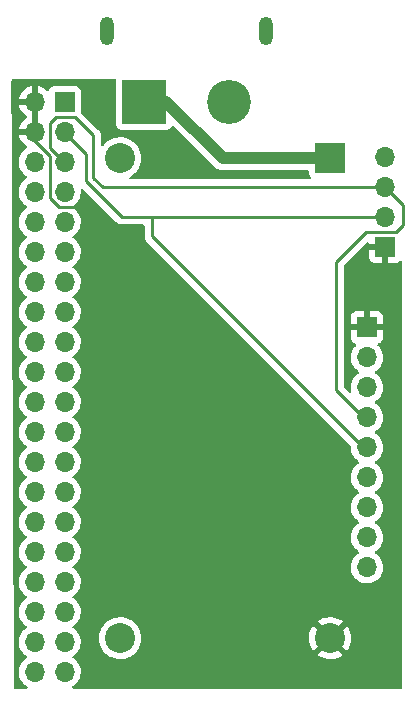
<source format=gbr>
%TF.GenerationSoftware,KiCad,Pcbnew,(6.0.5-0)*%
%TF.CreationDate,2024-02-05T18:51:55-05:00*%
%TF.ProjectId,CubeSat PCB,43756265-5361-4742-9050-43422e6b6963,rev?*%
%TF.SameCoordinates,Original*%
%TF.FileFunction,Copper,L1,Top*%
%TF.FilePolarity,Positive*%
%FSLAX46Y46*%
G04 Gerber Fmt 4.6, Leading zero omitted, Abs format (unit mm)*
G04 Created by KiCad (PCBNEW (6.0.5-0)) date 2024-02-05 18:51:55*
%MOMM*%
%LPD*%
G01*
G04 APERTURE LIST*
%TA.AperFunction,ComponentPad*%
%ADD10O,1.200000X2.400000*%
%TD*%
%TA.AperFunction,ComponentPad*%
%ADD11C,3.716000*%
%TD*%
%TA.AperFunction,ComponentPad*%
%ADD12R,3.716000X3.716000*%
%TD*%
%TA.AperFunction,ComponentPad*%
%ADD13O,1.700000X1.700000*%
%TD*%
%TA.AperFunction,ComponentPad*%
%ADD14R,1.700000X1.700000*%
%TD*%
%TA.AperFunction,ComponentPad*%
%ADD15C,2.540000*%
%TD*%
%TA.AperFunction,ComponentPad*%
%ADD16R,2.540000X2.540000*%
%TD*%
%TA.AperFunction,Conductor*%
%ADD17C,0.250000*%
%TD*%
%TA.AperFunction,Conductor*%
%ADD18C,1.000000*%
%TD*%
G04 APERTURE END LIST*
D10*
%TO.P,J4,S2*%
%TO.N,N/C*%
X107500000Y-64600000D03*
%TO.P,J4,S1*%
X94000000Y-64600000D03*
D11*
%TO.P,J4,2,-*%
%TO.N,GND*%
X104350000Y-70600000D03*
D12*
%TO.P,J4,1,+*%
%TO.N,+BATT*%
X97150000Y-70600000D03*
%TD*%
D13*
%TO.P,J1,40,GPIO21/SCLK1*%
%TO.N,unconnected-(J1-Pad40)*%
X87880000Y-118880000D03*
%TO.P,J1,39,GND*%
%TO.N,GND*%
X90420000Y-118880000D03*
%TO.P,J1,38,GPIO20/MOSI1*%
%TO.N,unconnected-(J1-Pad38)*%
X87880000Y-116340000D03*
%TO.P,J1,37,GPIO26*%
%TO.N,unconnected-(J1-Pad37)*%
X90420000Y-116340000D03*
%TO.P,J1,36,GPIO16*%
%TO.N,unconnected-(J1-Pad36)*%
X87880000Y-113800000D03*
%TO.P,J1,35,GPIO19/MISO1*%
%TO.N,unconnected-(J1-Pad35)*%
X90420000Y-113800000D03*
%TO.P,J1,34,GND*%
%TO.N,GND*%
X87880000Y-111260000D03*
%TO.P,J1,33,PWM1/GPIO13*%
%TO.N,unconnected-(J1-Pad33)*%
X90420000Y-111260000D03*
%TO.P,J1,32,PWM0/GPIO12*%
%TO.N,unconnected-(J1-Pad32)*%
X87880000Y-108720000D03*
%TO.P,J1,31,GCLK2/GPIO6*%
%TO.N,unconnected-(J1-Pad31)*%
X90420000Y-108720000D03*
%TO.P,J1,30,GND*%
%TO.N,GND*%
X87880000Y-106180000D03*
%TO.P,J1,29,GCLK1/GPIO5*%
%TO.N,unconnected-(J1-Pad29)*%
X90420000Y-106180000D03*
%TO.P,J1,28,ID_SC/GPIO1*%
%TO.N,unconnected-(J1-Pad28)*%
X87880000Y-103640000D03*
%TO.P,J1,27,ID_SD/GPIO0*%
%TO.N,unconnected-(J1-Pad27)*%
X90420000Y-103640000D03*
%TO.P,J1,26,~{CE1}/GPIO7*%
%TO.N,unconnected-(J1-Pad26)*%
X87880000Y-101100000D03*
%TO.P,J1,25,GND*%
%TO.N,GND*%
X90420000Y-101100000D03*
%TO.P,J1,24,~{CE0}/GPIO8*%
%TO.N,unconnected-(J1-Pad24)*%
X87880000Y-98560000D03*
%TO.P,J1,23,SCLK0/GPIO11*%
%TO.N,unconnected-(J1-Pad23)*%
X90420000Y-98560000D03*
%TO.P,J1,22,GPIO25*%
%TO.N,unconnected-(J1-Pad22)*%
X87880000Y-96020000D03*
%TO.P,J1,21,MISO0/GPIO9*%
%TO.N,unconnected-(J1-Pad21)*%
X90420000Y-96020000D03*
%TO.P,J1,20,GND*%
%TO.N,GND*%
X87880000Y-93480000D03*
%TO.P,J1,19,MOSI0/GPIO10*%
%TO.N,unconnected-(J1-Pad19)*%
X90420000Y-93480000D03*
%TO.P,J1,18,GPIO24*%
%TO.N,unconnected-(J1-Pad18)*%
X87880000Y-90940000D03*
%TO.P,J1,17,3V3*%
%TO.N,unconnected-(J1-Pad17)*%
X90420000Y-90940000D03*
%TO.P,J1,16,GPIO23*%
%TO.N,unconnected-(J1-Pad16)*%
X87880000Y-88400000D03*
%TO.P,J1,15,GPIO22*%
%TO.N,unconnected-(J1-Pad15)*%
X90420000Y-88400000D03*
%TO.P,J1,14,GND*%
%TO.N,GND*%
X87880000Y-85860000D03*
%TO.P,J1,13,GPIO27*%
%TO.N,unconnected-(J1-Pad13)*%
X90420000Y-85860000D03*
%TO.P,J1,12,GPIO18/PWM0*%
%TO.N,unconnected-(J1-Pad12)*%
X87880000Y-83320000D03*
%TO.P,J1,11,GPIO17*%
%TO.N,unconnected-(J1-Pad11)*%
X90420000Y-83320000D03*
%TO.P,J1,10,GPIO15/RXD*%
%TO.N,unconnected-(J1-Pad10)*%
X87880000Y-80780000D03*
%TO.P,J1,9,GND*%
%TO.N,GND*%
X90420000Y-80780000D03*
%TO.P,J1,8,GPIO14/TXD*%
%TO.N,unconnected-(J1-Pad8)*%
X87880000Y-78240000D03*
%TO.P,J1,7,GCLK0/GPIO4*%
%TO.N,unconnected-(J1-Pad7)*%
X90420000Y-78240000D03*
%TO.P,J1,6,GND*%
%TO.N,GND*%
X87880000Y-75700000D03*
%TO.P,J1,5,SCL/GPIO3*%
%TO.N,/SCL*%
X90420000Y-75700000D03*
%TO.P,J1,4,5V*%
%TO.N,+5V*%
X87880000Y-73160000D03*
%TO.P,J1,3,SDA/GPIO2*%
%TO.N,/SDA*%
X90420000Y-73160000D03*
%TO.P,J1,2,5V*%
%TO.N,+5V*%
X87880000Y-70620000D03*
D14*
%TO.P,J1,1,3V3*%
%TO.N,unconnected-(J1-Pad1)*%
X90420000Y-70620000D03*
%TD*%
%TO.P,J3,1,Pin_1*%
%TO.N,+5V*%
X116000000Y-89700000D03*
D13*
%TO.P,J3,2,Pin_2*%
%TO.N,unconnected-(J3-Pad2)*%
X116000000Y-92240000D03*
%TO.P,J3,3,Pin_3*%
%TO.N,GND*%
X116000000Y-94780000D03*
%TO.P,J3,4,Pin_4*%
%TO.N,/SCL*%
X116000000Y-97320000D03*
%TO.P,J3,5,Pin_5*%
%TO.N,/SDA*%
X116000000Y-99860000D03*
%TO.P,J3,6,Pin_6*%
%TO.N,unconnected-(J3-Pad6)*%
X116000000Y-102400000D03*
%TO.P,J3,7,Pin_7*%
%TO.N,unconnected-(J3-Pad7)*%
X116000000Y-104940000D03*
%TO.P,J3,8,Pin_8*%
%TO.N,unconnected-(J3-Pad8)*%
X116000000Y-107480000D03*
%TO.P,J3,9,Pin_9*%
%TO.N,unconnected-(J3-Pad9)*%
X116000000Y-110020000D03*
%TD*%
D14*
%TO.P,J2,1,Pin_1*%
%TO.N,+5V*%
X117550000Y-82900000D03*
D13*
%TO.P,J2,2,Pin_2*%
%TO.N,/SDA*%
X117550000Y-80360000D03*
%TO.P,J2,3,Pin_3*%
%TO.N,/SCL*%
X117550000Y-77820000D03*
%TO.P,J2,4,Pin_4*%
%TO.N,GND*%
X117550000Y-75280000D03*
%TD*%
D15*
%TO.P,U1,3,GND*%
%TO.N,GND*%
X95110000Y-116020000D03*
%TO.P,U1,4,Vout*%
%TO.N,+5V*%
X112890000Y-116020000D03*
%TO.P,U1,2,GND*%
%TO.N,GND*%
X95110000Y-75380000D03*
D16*
%TO.P,U1,1,Vin*%
%TO.N,+BATT*%
X112890000Y-75380000D03*
%TD*%
D17*
%TO.N,/SCL*%
X90350000Y-75730000D02*
X89150000Y-74530000D01*
X89150000Y-74530000D02*
X89150000Y-72400000D01*
X89150000Y-72400000D02*
X89650000Y-71900000D01*
X89650000Y-71900000D02*
X91300000Y-71900000D01*
X91300000Y-71900000D02*
X92850000Y-73450000D01*
X92850000Y-73450000D02*
X92850000Y-77050000D01*
X92850000Y-77050000D02*
X93620000Y-77820000D01*
X93620000Y-77820000D02*
X117550000Y-77820000D01*
%TO.N,+5V*%
X87810000Y-73190000D02*
X87810000Y-73825718D01*
X89968990Y-79550000D02*
X91650000Y-79550000D01*
X87810000Y-73825718D02*
X89150000Y-75165718D01*
X89150000Y-75165718D02*
X89150000Y-78731010D01*
X89150000Y-78731010D02*
X89968990Y-79550000D01*
X91650000Y-79550000D02*
X92450000Y-80350000D01*
%TO.N,/SCL*%
X116000000Y-97320000D02*
X115670000Y-97320000D01*
X115670000Y-97320000D02*
X113400000Y-95050000D01*
X113400000Y-84200000D02*
X115950000Y-81650000D01*
X115950000Y-81650000D02*
X118450000Y-81650000D01*
X113400000Y-95050000D02*
X113400000Y-84200000D01*
X118450000Y-81650000D02*
X119050000Y-81050000D01*
X119050000Y-81050000D02*
X119050000Y-79320000D01*
X119050000Y-79320000D02*
X117550000Y-77820000D01*
%TO.N,/SDA*%
X117550000Y-80360000D02*
X97810000Y-80360000D01*
X115660000Y-99860000D02*
X97810000Y-82010000D01*
X116000000Y-99860000D02*
X115660000Y-99860000D01*
X97810000Y-82010000D02*
X97810000Y-80360000D01*
D18*
%TO.N,+BATT*%
X97150000Y-70600000D02*
X99000000Y-70600000D01*
X99000000Y-70600000D02*
X103780000Y-75380000D01*
X103780000Y-75380000D02*
X112890000Y-75380000D01*
D17*
%TO.N,/SDA*%
X97810000Y-80360000D02*
X95260000Y-80360000D01*
X95260000Y-80360000D02*
X92200000Y-77300000D01*
X92200000Y-77300000D02*
X92200000Y-75040000D01*
X92200000Y-75040000D02*
X90350000Y-73190000D01*
%TD*%
%TA.AperFunction,Conductor*%
%TO.N,+5V*%
G36*
X91970009Y-77968006D02*
G01*
X91984672Y-77980576D01*
X94756343Y-80752247D01*
X94763887Y-80760537D01*
X94768000Y-80767018D01*
X94773777Y-80772443D01*
X94817667Y-80813658D01*
X94820509Y-80816413D01*
X94840231Y-80836135D01*
X94843355Y-80838558D01*
X94843359Y-80838562D01*
X94843424Y-80838612D01*
X94852445Y-80846317D01*
X94884679Y-80876586D01*
X94891627Y-80880405D01*
X94891629Y-80880407D01*
X94902432Y-80886346D01*
X94918959Y-80897202D01*
X94928698Y-80904757D01*
X94928700Y-80904758D01*
X94934960Y-80909614D01*
X94975540Y-80927174D01*
X94986188Y-80932391D01*
X95024940Y-80953695D01*
X95032616Y-80955666D01*
X95032619Y-80955667D01*
X95044562Y-80958733D01*
X95063267Y-80965137D01*
X95081855Y-80973181D01*
X95089678Y-80974420D01*
X95089688Y-80974423D01*
X95125524Y-80980099D01*
X95137144Y-80982505D01*
X95172289Y-80991528D01*
X95179970Y-80993500D01*
X95200224Y-80993500D01*
X95219934Y-80995051D01*
X95239943Y-80998220D01*
X95247835Y-80997474D01*
X95283961Y-80994059D01*
X95295819Y-80993500D01*
X97050500Y-80993500D01*
X97118621Y-81013502D01*
X97165114Y-81067158D01*
X97176500Y-81119500D01*
X97176500Y-81931233D01*
X97175973Y-81942416D01*
X97174298Y-81949909D01*
X97174547Y-81957835D01*
X97174547Y-81957836D01*
X97176438Y-82017986D01*
X97176500Y-82021945D01*
X97176500Y-82049856D01*
X97176997Y-82053790D01*
X97176997Y-82053791D01*
X97177005Y-82053856D01*
X97177938Y-82065693D01*
X97179327Y-82109889D01*
X97184202Y-82126669D01*
X97184978Y-82129339D01*
X97188987Y-82148700D01*
X97191526Y-82168797D01*
X97194445Y-82176168D01*
X97194445Y-82176170D01*
X97207804Y-82209912D01*
X97211649Y-82221142D01*
X97223982Y-82263593D01*
X97228015Y-82270412D01*
X97228017Y-82270417D01*
X97234293Y-82281028D01*
X97242988Y-82298776D01*
X97250448Y-82317617D01*
X97255110Y-82324033D01*
X97255110Y-82324034D01*
X97276436Y-82353387D01*
X97282952Y-82363307D01*
X97305458Y-82401362D01*
X97319779Y-82415683D01*
X97332619Y-82430716D01*
X97344528Y-82447107D01*
X97378605Y-82475298D01*
X97387384Y-82483288D01*
X114603690Y-99699595D01*
X114637716Y-99761907D01*
X114639881Y-99802081D01*
X114637251Y-99826695D01*
X114637548Y-99831848D01*
X114637548Y-99831851D01*
X114644021Y-99944118D01*
X114650110Y-100049715D01*
X114651247Y-100054761D01*
X114651248Y-100054767D01*
X114671119Y-100142939D01*
X114699222Y-100267639D01*
X114737461Y-100361811D01*
X114777571Y-100460590D01*
X114783266Y-100474616D01*
X114785965Y-100479020D01*
X114894390Y-100655954D01*
X114899987Y-100665088D01*
X115046250Y-100833938D01*
X115218126Y-100976632D01*
X115288595Y-101017811D01*
X115291445Y-101019476D01*
X115340169Y-101071114D01*
X115353240Y-101140897D01*
X115326509Y-101206669D01*
X115286055Y-101240027D01*
X115273607Y-101246507D01*
X115269474Y-101249610D01*
X115269471Y-101249612D01*
X115099100Y-101377530D01*
X115094965Y-101380635D01*
X114940629Y-101542138D01*
X114814743Y-101726680D01*
X114777463Y-101806994D01*
X114733972Y-101900688D01*
X114720688Y-101929305D01*
X114660989Y-102144570D01*
X114637251Y-102366695D01*
X114637548Y-102371848D01*
X114637548Y-102371851D01*
X114644021Y-102484118D01*
X114650110Y-102589715D01*
X114651247Y-102594761D01*
X114651248Y-102594767D01*
X114671119Y-102682939D01*
X114699222Y-102807639D01*
X114737461Y-102901811D01*
X114777571Y-103000590D01*
X114783266Y-103014616D01*
X114785965Y-103019020D01*
X114894390Y-103195954D01*
X114899987Y-103205088D01*
X115046250Y-103373938D01*
X115218126Y-103516632D01*
X115288595Y-103557811D01*
X115291445Y-103559476D01*
X115340169Y-103611114D01*
X115353240Y-103680897D01*
X115326509Y-103746669D01*
X115286055Y-103780027D01*
X115273607Y-103786507D01*
X115269474Y-103789610D01*
X115269471Y-103789612D01*
X115099100Y-103917530D01*
X115094965Y-103920635D01*
X114940629Y-104082138D01*
X114814743Y-104266680D01*
X114777463Y-104346994D01*
X114733972Y-104440688D01*
X114720688Y-104469305D01*
X114660989Y-104684570D01*
X114637251Y-104906695D01*
X114637548Y-104911848D01*
X114637548Y-104911851D01*
X114644021Y-105024118D01*
X114650110Y-105129715D01*
X114651247Y-105134761D01*
X114651248Y-105134767D01*
X114671119Y-105222939D01*
X114699222Y-105347639D01*
X114737461Y-105441811D01*
X114777571Y-105540590D01*
X114783266Y-105554616D01*
X114785965Y-105559020D01*
X114894390Y-105735954D01*
X114899987Y-105745088D01*
X115046250Y-105913938D01*
X115218126Y-106056632D01*
X115288595Y-106097811D01*
X115291445Y-106099476D01*
X115340169Y-106151114D01*
X115353240Y-106220897D01*
X115326509Y-106286669D01*
X115286055Y-106320027D01*
X115273607Y-106326507D01*
X115269474Y-106329610D01*
X115269471Y-106329612D01*
X115099100Y-106457530D01*
X115094965Y-106460635D01*
X114940629Y-106622138D01*
X114814743Y-106806680D01*
X114777463Y-106886994D01*
X114733972Y-106980688D01*
X114720688Y-107009305D01*
X114660989Y-107224570D01*
X114637251Y-107446695D01*
X114637548Y-107451848D01*
X114637548Y-107451851D01*
X114644021Y-107564118D01*
X114650110Y-107669715D01*
X114651247Y-107674761D01*
X114651248Y-107674767D01*
X114671119Y-107762939D01*
X114699222Y-107887639D01*
X114737461Y-107981811D01*
X114777571Y-108080590D01*
X114783266Y-108094616D01*
X114785965Y-108099020D01*
X114894390Y-108275954D01*
X114899987Y-108285088D01*
X115046250Y-108453938D01*
X115218126Y-108596632D01*
X115288595Y-108637811D01*
X115291445Y-108639476D01*
X115340169Y-108691114D01*
X115353240Y-108760897D01*
X115326509Y-108826669D01*
X115286055Y-108860027D01*
X115273607Y-108866507D01*
X115269474Y-108869610D01*
X115269471Y-108869612D01*
X115099100Y-108997530D01*
X115094965Y-109000635D01*
X114940629Y-109162138D01*
X114814743Y-109346680D01*
X114777463Y-109426994D01*
X114733972Y-109520688D01*
X114720688Y-109549305D01*
X114660989Y-109764570D01*
X114637251Y-109986695D01*
X114637548Y-109991848D01*
X114637548Y-109991851D01*
X114644021Y-110104118D01*
X114650110Y-110209715D01*
X114651247Y-110214761D01*
X114651248Y-110214767D01*
X114671119Y-110302939D01*
X114699222Y-110427639D01*
X114737461Y-110521811D01*
X114777571Y-110620590D01*
X114783266Y-110634616D01*
X114785965Y-110639020D01*
X114894390Y-110815954D01*
X114899987Y-110825088D01*
X115046250Y-110993938D01*
X115218126Y-111136632D01*
X115411000Y-111249338D01*
X115415825Y-111251180D01*
X115415826Y-111251181D01*
X115438921Y-111260000D01*
X115619692Y-111329030D01*
X115624760Y-111330061D01*
X115624763Y-111330062D01*
X115732017Y-111351883D01*
X115838597Y-111373567D01*
X115843772Y-111373757D01*
X115843774Y-111373757D01*
X116056673Y-111381564D01*
X116056677Y-111381564D01*
X116061837Y-111381753D01*
X116066957Y-111381097D01*
X116066959Y-111381097D01*
X116278288Y-111354025D01*
X116278289Y-111354025D01*
X116283416Y-111353368D01*
X116288366Y-111351883D01*
X116492429Y-111290661D01*
X116492434Y-111290659D01*
X116497384Y-111289174D01*
X116697994Y-111190896D01*
X116879860Y-111061173D01*
X116903756Y-111037361D01*
X117034435Y-110907137D01*
X117038096Y-110903489D01*
X117097594Y-110820689D01*
X117165435Y-110726277D01*
X117168453Y-110722077D01*
X117220959Y-110615840D01*
X117265136Y-110526453D01*
X117265137Y-110526451D01*
X117267430Y-110521811D01*
X117332370Y-110308069D01*
X117361529Y-110086590D01*
X117363156Y-110020000D01*
X117344852Y-109797361D01*
X117290431Y-109580702D01*
X117201354Y-109375840D01*
X117101708Y-109221811D01*
X117082822Y-109192617D01*
X117082820Y-109192614D01*
X117080014Y-109188277D01*
X116929670Y-109023051D01*
X116925619Y-109019852D01*
X116925615Y-109019848D01*
X116758414Y-108887800D01*
X116758410Y-108887798D01*
X116754359Y-108884598D01*
X116713053Y-108861796D01*
X116663084Y-108811364D01*
X116648312Y-108741921D01*
X116673428Y-108675516D01*
X116700780Y-108648909D01*
X116744603Y-108617650D01*
X116879860Y-108521173D01*
X116903756Y-108497361D01*
X117034435Y-108367137D01*
X117038096Y-108363489D01*
X117097594Y-108280689D01*
X117165435Y-108186277D01*
X117168453Y-108182077D01*
X117220959Y-108075840D01*
X117265136Y-107986453D01*
X117265137Y-107986451D01*
X117267430Y-107981811D01*
X117332370Y-107768069D01*
X117361529Y-107546590D01*
X117363156Y-107480000D01*
X117344852Y-107257361D01*
X117290431Y-107040702D01*
X117201354Y-106835840D01*
X117101708Y-106681811D01*
X117082822Y-106652617D01*
X117082820Y-106652614D01*
X117080014Y-106648277D01*
X116929670Y-106483051D01*
X116925619Y-106479852D01*
X116925615Y-106479848D01*
X116758414Y-106347800D01*
X116758410Y-106347798D01*
X116754359Y-106344598D01*
X116713053Y-106321796D01*
X116663084Y-106271364D01*
X116648312Y-106201921D01*
X116673428Y-106135516D01*
X116700780Y-106108909D01*
X116744603Y-106077650D01*
X116879860Y-105981173D01*
X116903756Y-105957361D01*
X117034435Y-105827137D01*
X117038096Y-105823489D01*
X117097594Y-105740689D01*
X117165435Y-105646277D01*
X117168453Y-105642077D01*
X117220959Y-105535840D01*
X117265136Y-105446453D01*
X117265137Y-105446451D01*
X117267430Y-105441811D01*
X117332370Y-105228069D01*
X117361529Y-105006590D01*
X117363156Y-104940000D01*
X117344852Y-104717361D01*
X117290431Y-104500702D01*
X117201354Y-104295840D01*
X117101708Y-104141811D01*
X117082822Y-104112617D01*
X117082820Y-104112614D01*
X117080014Y-104108277D01*
X116929670Y-103943051D01*
X116925619Y-103939852D01*
X116925615Y-103939848D01*
X116758414Y-103807800D01*
X116758410Y-103807798D01*
X116754359Y-103804598D01*
X116713053Y-103781796D01*
X116663084Y-103731364D01*
X116648312Y-103661921D01*
X116673428Y-103595516D01*
X116700780Y-103568909D01*
X116744603Y-103537650D01*
X116879860Y-103441173D01*
X116903756Y-103417361D01*
X117034435Y-103287137D01*
X117038096Y-103283489D01*
X117097594Y-103200689D01*
X117165435Y-103106277D01*
X117168453Y-103102077D01*
X117220959Y-102995840D01*
X117265136Y-102906453D01*
X117265137Y-102906451D01*
X117267430Y-102901811D01*
X117332370Y-102688069D01*
X117361529Y-102466590D01*
X117363156Y-102400000D01*
X117344852Y-102177361D01*
X117290431Y-101960702D01*
X117201354Y-101755840D01*
X117101708Y-101601811D01*
X117082822Y-101572617D01*
X117082820Y-101572614D01*
X117080014Y-101568277D01*
X116929670Y-101403051D01*
X116925619Y-101399852D01*
X116925615Y-101399848D01*
X116758414Y-101267800D01*
X116758410Y-101267798D01*
X116754359Y-101264598D01*
X116713053Y-101241796D01*
X116663084Y-101191364D01*
X116648312Y-101121921D01*
X116673428Y-101055516D01*
X116700780Y-101028909D01*
X116744603Y-100997650D01*
X116879860Y-100901173D01*
X116903756Y-100877361D01*
X117034435Y-100747137D01*
X117038096Y-100743489D01*
X117097594Y-100660689D01*
X117165435Y-100566277D01*
X117168453Y-100562077D01*
X117220959Y-100455840D01*
X117265136Y-100366453D01*
X117265137Y-100366451D01*
X117267430Y-100361811D01*
X117332370Y-100148069D01*
X117361529Y-99926590D01*
X117363156Y-99860000D01*
X117344852Y-99637361D01*
X117290431Y-99420702D01*
X117201354Y-99215840D01*
X117101708Y-99061811D01*
X117082822Y-99032617D01*
X117082820Y-99032614D01*
X117080014Y-99028277D01*
X116929670Y-98863051D01*
X116925619Y-98859852D01*
X116925615Y-98859848D01*
X116758414Y-98727800D01*
X116758410Y-98727798D01*
X116754359Y-98724598D01*
X116713053Y-98701796D01*
X116663084Y-98651364D01*
X116648312Y-98581921D01*
X116673428Y-98515516D01*
X116700780Y-98488909D01*
X116774070Y-98436632D01*
X116879860Y-98361173D01*
X116903756Y-98337361D01*
X117034435Y-98207137D01*
X117038096Y-98203489D01*
X117168453Y-98022077D01*
X117220959Y-97915840D01*
X117265136Y-97826453D01*
X117265137Y-97826451D01*
X117267430Y-97821811D01*
X117332370Y-97608069D01*
X117361529Y-97386590D01*
X117363156Y-97320000D01*
X117344852Y-97097361D01*
X117290431Y-96880702D01*
X117201354Y-96675840D01*
X117101708Y-96521811D01*
X117082822Y-96492617D01*
X117082820Y-96492614D01*
X117080014Y-96488277D01*
X116929670Y-96323051D01*
X116925619Y-96319852D01*
X116925615Y-96319848D01*
X116758414Y-96187800D01*
X116758410Y-96187798D01*
X116754359Y-96184598D01*
X116713053Y-96161796D01*
X116663084Y-96111364D01*
X116648312Y-96041921D01*
X116673428Y-95975516D01*
X116700780Y-95948909D01*
X116774070Y-95896632D01*
X116879860Y-95821173D01*
X116903756Y-95797361D01*
X117034435Y-95667137D01*
X117038096Y-95663489D01*
X117168453Y-95482077D01*
X117174068Y-95470717D01*
X117265136Y-95286453D01*
X117265137Y-95286451D01*
X117267430Y-95281811D01*
X117332370Y-95068069D01*
X117361529Y-94846590D01*
X117362390Y-94811364D01*
X117363074Y-94783365D01*
X117363074Y-94783361D01*
X117363156Y-94780000D01*
X117344852Y-94557361D01*
X117290431Y-94340702D01*
X117201354Y-94135840D01*
X117101708Y-93981811D01*
X117082822Y-93952617D01*
X117082820Y-93952614D01*
X117080014Y-93948277D01*
X116929670Y-93783051D01*
X116925619Y-93779852D01*
X116925615Y-93779848D01*
X116758414Y-93647800D01*
X116758410Y-93647798D01*
X116754359Y-93644598D01*
X116713053Y-93621796D01*
X116663084Y-93571364D01*
X116648312Y-93501921D01*
X116673428Y-93435516D01*
X116700780Y-93408909D01*
X116744603Y-93377650D01*
X116879860Y-93281173D01*
X116903756Y-93257361D01*
X117034435Y-93127137D01*
X117038096Y-93123489D01*
X117097594Y-93040689D01*
X117165435Y-92946277D01*
X117168453Y-92942077D01*
X117220959Y-92835840D01*
X117265136Y-92746453D01*
X117265137Y-92746451D01*
X117267430Y-92741811D01*
X117332370Y-92528069D01*
X117361529Y-92306590D01*
X117363156Y-92240000D01*
X117344852Y-92017361D01*
X117290431Y-91800702D01*
X117201354Y-91595840D01*
X117101708Y-91441811D01*
X117082822Y-91412617D01*
X117082820Y-91412614D01*
X117080014Y-91408277D01*
X117076540Y-91404459D01*
X117076533Y-91404450D01*
X116932435Y-91246088D01*
X116901383Y-91182242D01*
X116909779Y-91111744D01*
X116954956Y-91056976D01*
X116981400Y-91043307D01*
X117088052Y-91003325D01*
X117103649Y-90994786D01*
X117205724Y-90918285D01*
X117218285Y-90905724D01*
X117294786Y-90803649D01*
X117303324Y-90788054D01*
X117348478Y-90667606D01*
X117352105Y-90652351D01*
X117357631Y-90601486D01*
X117358000Y-90594672D01*
X117358000Y-89972115D01*
X117353525Y-89956876D01*
X117352135Y-89955671D01*
X117344452Y-89954000D01*
X114660116Y-89954000D01*
X114644877Y-89958475D01*
X114643672Y-89959865D01*
X114642001Y-89967548D01*
X114642001Y-90594669D01*
X114642371Y-90601490D01*
X114647895Y-90652352D01*
X114651521Y-90667604D01*
X114696676Y-90788054D01*
X114705214Y-90803649D01*
X114781715Y-90905724D01*
X114794276Y-90918285D01*
X114896351Y-90994786D01*
X114911946Y-91003324D01*
X115020827Y-91044142D01*
X115077591Y-91086784D01*
X115102291Y-91153345D01*
X115087083Y-91222694D01*
X115067691Y-91249175D01*
X114978416Y-91342596D01*
X114940629Y-91382138D01*
X114814743Y-91566680D01*
X114777463Y-91646994D01*
X114733972Y-91740688D01*
X114720688Y-91769305D01*
X114660989Y-91984570D01*
X114637251Y-92206695D01*
X114637548Y-92211848D01*
X114637548Y-92211851D01*
X114644021Y-92324118D01*
X114650110Y-92429715D01*
X114651247Y-92434761D01*
X114651248Y-92434767D01*
X114671119Y-92522939D01*
X114699222Y-92647639D01*
X114737461Y-92741811D01*
X114777571Y-92840590D01*
X114783266Y-92854616D01*
X114785965Y-92859020D01*
X114894390Y-93035954D01*
X114899987Y-93045088D01*
X115046250Y-93213938D01*
X115218126Y-93356632D01*
X115288595Y-93397811D01*
X115291445Y-93399476D01*
X115340169Y-93451114D01*
X115353240Y-93520897D01*
X115326509Y-93586669D01*
X115286055Y-93620027D01*
X115273607Y-93626507D01*
X115269474Y-93629610D01*
X115269471Y-93629612D01*
X115099100Y-93757530D01*
X115094965Y-93760635D01*
X114940629Y-93922138D01*
X114814743Y-94106680D01*
X114777463Y-94186994D01*
X114733972Y-94280688D01*
X114720688Y-94309305D01*
X114660989Y-94524570D01*
X114637251Y-94746695D01*
X114637548Y-94751848D01*
X114637548Y-94751851D01*
X114644021Y-94864118D01*
X114650110Y-94969715D01*
X114651247Y-94974761D01*
X114651248Y-94974767D01*
X114680856Y-95106143D01*
X114676320Y-95176994D01*
X114634199Y-95234146D01*
X114567865Y-95259452D01*
X114498380Y-95244879D01*
X114468844Y-95222939D01*
X114070405Y-94824500D01*
X114036379Y-94762188D01*
X114033500Y-94735405D01*
X114033500Y-89427885D01*
X114642000Y-89427885D01*
X114646475Y-89443124D01*
X114647865Y-89444329D01*
X114655548Y-89446000D01*
X115727885Y-89446000D01*
X115743124Y-89441525D01*
X115744329Y-89440135D01*
X115746000Y-89432452D01*
X115746000Y-89427885D01*
X116254000Y-89427885D01*
X116258475Y-89443124D01*
X116259865Y-89444329D01*
X116267548Y-89446000D01*
X117339884Y-89446000D01*
X117355123Y-89441525D01*
X117356328Y-89440135D01*
X117357999Y-89432452D01*
X117357999Y-88805331D01*
X117357629Y-88798510D01*
X117352105Y-88747648D01*
X117348479Y-88732396D01*
X117303324Y-88611946D01*
X117294786Y-88596351D01*
X117218285Y-88494276D01*
X117205724Y-88481715D01*
X117103649Y-88405214D01*
X117088054Y-88396676D01*
X116967606Y-88351522D01*
X116952351Y-88347895D01*
X116901486Y-88342369D01*
X116894672Y-88342000D01*
X116272115Y-88342000D01*
X116256876Y-88346475D01*
X116255671Y-88347865D01*
X116254000Y-88355548D01*
X116254000Y-89427885D01*
X115746000Y-89427885D01*
X115746000Y-88360116D01*
X115741525Y-88344877D01*
X115740135Y-88343672D01*
X115732452Y-88342001D01*
X115105331Y-88342001D01*
X115098510Y-88342371D01*
X115047648Y-88347895D01*
X115032396Y-88351521D01*
X114911946Y-88396676D01*
X114896351Y-88405214D01*
X114794276Y-88481715D01*
X114781715Y-88494276D01*
X114705214Y-88596351D01*
X114696676Y-88611946D01*
X114651522Y-88732394D01*
X114647895Y-88747649D01*
X114642369Y-88798514D01*
X114642000Y-88805328D01*
X114642000Y-89427885D01*
X114033500Y-89427885D01*
X114033500Y-84514594D01*
X114053502Y-84446473D01*
X114070405Y-84425499D01*
X114701235Y-83794669D01*
X116192001Y-83794669D01*
X116192371Y-83801490D01*
X116197895Y-83852352D01*
X116201521Y-83867604D01*
X116246676Y-83988054D01*
X116255214Y-84003649D01*
X116331715Y-84105724D01*
X116344276Y-84118285D01*
X116446351Y-84194786D01*
X116461946Y-84203324D01*
X116582394Y-84248478D01*
X116597649Y-84252105D01*
X116648514Y-84257631D01*
X116655328Y-84258000D01*
X117277885Y-84258000D01*
X117293124Y-84253525D01*
X117294329Y-84252135D01*
X117296000Y-84244452D01*
X117296000Y-83172115D01*
X117291525Y-83156876D01*
X117290135Y-83155671D01*
X117282452Y-83154000D01*
X116210116Y-83154000D01*
X116194877Y-83158475D01*
X116193672Y-83159865D01*
X116192001Y-83167548D01*
X116192001Y-83794669D01*
X114701235Y-83794669D01*
X115976905Y-82518999D01*
X116039217Y-82484973D01*
X116110032Y-82490038D01*
X116166868Y-82532585D01*
X116191679Y-82599105D01*
X116192000Y-82608094D01*
X116192000Y-82627885D01*
X116196475Y-82643124D01*
X116197865Y-82644329D01*
X116205548Y-82646000D01*
X117678000Y-82646000D01*
X117746121Y-82666002D01*
X117792614Y-82719658D01*
X117804000Y-82772000D01*
X117804000Y-84239884D01*
X117808475Y-84255123D01*
X117809865Y-84256328D01*
X117817548Y-84257999D01*
X118444669Y-84257999D01*
X118451490Y-84257629D01*
X118502352Y-84252105D01*
X118517604Y-84248479D01*
X118638054Y-84203324D01*
X118653649Y-84194786D01*
X118755724Y-84118285D01*
X118768283Y-84105726D01*
X118773174Y-84099200D01*
X118830034Y-84056686D01*
X118900853Y-84051661D01*
X118963146Y-84085721D01*
X118997136Y-84148052D01*
X119000000Y-84174766D01*
X119000000Y-120174000D01*
X118979998Y-120242121D01*
X118926342Y-120288614D01*
X118874000Y-120300000D01*
X91153109Y-120300000D01*
X91084988Y-120279998D01*
X91038495Y-120226342D01*
X91028391Y-120156068D01*
X91057885Y-120091488D01*
X91097675Y-120060850D01*
X91117994Y-120050896D01*
X91299860Y-119921173D01*
X91458096Y-119763489D01*
X91517594Y-119680689D01*
X91585435Y-119586277D01*
X91588453Y-119582077D01*
X91609320Y-119539857D01*
X91685136Y-119386453D01*
X91685137Y-119386451D01*
X91687430Y-119381811D01*
X91752370Y-119168069D01*
X91781529Y-118946590D01*
X91783156Y-118880000D01*
X91764852Y-118657361D01*
X91710431Y-118440702D01*
X91621354Y-118235840D01*
X91500014Y-118048277D01*
X91349670Y-117883051D01*
X91345619Y-117879852D01*
X91345615Y-117879848D01*
X91178414Y-117747800D01*
X91178410Y-117747798D01*
X91174359Y-117744598D01*
X91133053Y-117721796D01*
X91083084Y-117671364D01*
X91068312Y-117601921D01*
X91093428Y-117535516D01*
X91120780Y-117508909D01*
X91181874Y-117465331D01*
X91299860Y-117381173D01*
X91304877Y-117376174D01*
X91454435Y-117227137D01*
X91458096Y-117223489D01*
X91517594Y-117140689D01*
X91585435Y-117046277D01*
X91588453Y-117042077D01*
X91609320Y-116999857D01*
X91685136Y-116846453D01*
X91685137Y-116846451D01*
X91687430Y-116841811D01*
X91752370Y-116628069D01*
X91781529Y-116406590D01*
X91782177Y-116380068D01*
X91783074Y-116343365D01*
X91783074Y-116343361D01*
X91783156Y-116340000D01*
X91764852Y-116117361D01*
X91728670Y-115973314D01*
X93327124Y-115973314D01*
X93327348Y-115977980D01*
X93327348Y-115977985D01*
X93329421Y-116021132D01*
X93339807Y-116237352D01*
X93340720Y-116241940D01*
X93390439Y-116491894D01*
X93391378Y-116496616D01*
X93392957Y-116501014D01*
X93392959Y-116501021D01*
X93479048Y-116740797D01*
X93480704Y-116745410D01*
X93482921Y-116749536D01*
X93550301Y-116874936D01*
X93605822Y-116978267D01*
X93608617Y-116982011D01*
X93608619Y-116982013D01*
X93691743Y-117093329D01*
X93763985Y-117190073D01*
X93767292Y-117193351D01*
X93767297Y-117193357D01*
X93866879Y-117292073D01*
X93951718Y-117376174D01*
X93955485Y-117378936D01*
X93955486Y-117378937D01*
X94063333Y-117458014D01*
X94164896Y-117532483D01*
X94169031Y-117534659D01*
X94169035Y-117534661D01*
X94291449Y-117599066D01*
X94398836Y-117655565D01*
X94403255Y-117657108D01*
X94610876Y-117729612D01*
X94648400Y-117742716D01*
X94652993Y-117743588D01*
X94903515Y-117791151D01*
X94903518Y-117791151D01*
X94908104Y-117792022D01*
X95040173Y-117797211D01*
X95167575Y-117802218D01*
X95167581Y-117802218D01*
X95172243Y-117802401D01*
X95435015Y-117773622D01*
X95439526Y-117772434D01*
X95439528Y-117772434D01*
X95686124Y-117707511D01*
X95686126Y-117707510D01*
X95690647Y-117706320D01*
X95806264Y-117656647D01*
X95929229Y-117603817D01*
X95929231Y-117603816D01*
X95933523Y-117601972D01*
X96158307Y-117462871D01*
X96181258Y-117443442D01*
X111831303Y-117443442D01*
X111840017Y-117454962D01*
X111941394Y-117529296D01*
X111949293Y-117534232D01*
X112174901Y-117652930D01*
X112183450Y-117656647D01*
X112424113Y-117740690D01*
X112433122Y-117743104D01*
X112683572Y-117790654D01*
X112692827Y-117791708D01*
X112947557Y-117801717D01*
X112956871Y-117801391D01*
X113210270Y-117773640D01*
X113219447Y-117771939D01*
X113465960Y-117707037D01*
X113474780Y-117704000D01*
X113708997Y-117603373D01*
X113717269Y-117599066D01*
X113934036Y-117464927D01*
X113941579Y-117459447D01*
X113943272Y-117458014D01*
X113951710Y-117445211D01*
X113945645Y-117434855D01*
X112902812Y-116392022D01*
X112888868Y-116384408D01*
X112887035Y-116384539D01*
X112880420Y-116388790D01*
X111837961Y-117431249D01*
X111831303Y-117443442D01*
X96181258Y-117443442D01*
X96254813Y-117381173D01*
X96356496Y-117295093D01*
X96356498Y-117295091D01*
X96360063Y-117292073D01*
X96534356Y-117093329D01*
X96541685Y-117081936D01*
X96674831Y-116874936D01*
X96677359Y-116871006D01*
X96785930Y-116629988D01*
X96857683Y-116375570D01*
X96889875Y-116122522D01*
X96890645Y-116116471D01*
X96890645Y-116116465D01*
X96891043Y-116113340D01*
X96891127Y-116110158D01*
X96892415Y-116060943D01*
X96893487Y-116020000D01*
X96890366Y-115977999D01*
X111107849Y-115977999D01*
X111120080Y-116232619D01*
X111121217Y-116241879D01*
X111170947Y-116491894D01*
X111173441Y-116500887D01*
X111259578Y-116740797D01*
X111263378Y-116749332D01*
X111384031Y-116973877D01*
X111389045Y-116981748D01*
X111455154Y-117070279D01*
X111466414Y-117078729D01*
X111478832Y-117071958D01*
X112517978Y-116032812D01*
X112524356Y-116021132D01*
X113254408Y-116021132D01*
X113254539Y-116022965D01*
X113258790Y-116029580D01*
X114304386Y-117075176D01*
X114316766Y-117081936D01*
X114325107Y-117075692D01*
X114454391Y-116874697D01*
X114458838Y-116866506D01*
X114563536Y-116634085D01*
X114566731Y-116625307D01*
X114635923Y-116379968D01*
X114637781Y-116370839D01*
X114670144Y-116116444D01*
X114670625Y-116110158D01*
X114672903Y-116023160D01*
X114672752Y-116016851D01*
X114653747Y-115761110D01*
X114652370Y-115751904D01*
X114596109Y-115503262D01*
X114593385Y-115494351D01*
X114500990Y-115256758D01*
X114496979Y-115248349D01*
X114370482Y-115027027D01*
X114365269Y-115019298D01*
X114325633Y-114969019D01*
X114313709Y-114960549D01*
X114302174Y-114967036D01*
X113262022Y-116007188D01*
X113254408Y-116021132D01*
X112524356Y-116021132D01*
X112525592Y-116018868D01*
X112525461Y-116017035D01*
X112521210Y-116010420D01*
X111477119Y-114966329D01*
X111463811Y-114959062D01*
X111453772Y-114966184D01*
X111441433Y-114981020D01*
X111436018Y-114988612D01*
X111303776Y-115206540D01*
X111299538Y-115214857D01*
X111200961Y-115449935D01*
X111198000Y-115458785D01*
X111135255Y-115705849D01*
X111133633Y-115715046D01*
X111108094Y-115968673D01*
X111107849Y-115977999D01*
X96890366Y-115977999D01*
X96884269Y-115895954D01*
X96874243Y-115761036D01*
X96874242Y-115761032D01*
X96873897Y-115756384D01*
X96815557Y-115498559D01*
X96800028Y-115458626D01*
X96721442Y-115256542D01*
X96721441Y-115256540D01*
X96719749Y-115252189D01*
X96693659Y-115206540D01*
X96623254Y-115083357D01*
X96588578Y-115022687D01*
X96424925Y-114815094D01*
X96232385Y-114633970D01*
X96190752Y-114605088D01*
X96175283Y-114594357D01*
X111828770Y-114594357D01*
X111833343Y-114604133D01*
X112877188Y-115647978D01*
X112891132Y-115655592D01*
X112892965Y-115655461D01*
X112899580Y-115651210D01*
X113942790Y-114608000D01*
X113949174Y-114596310D01*
X113939762Y-114584199D01*
X113798776Y-114486392D01*
X113790741Y-114481659D01*
X113562106Y-114368909D01*
X113553473Y-114365421D01*
X113310675Y-114287701D01*
X113301624Y-114285528D01*
X113050009Y-114244550D01*
X113040720Y-114243738D01*
X112785828Y-114240401D01*
X112776517Y-114240971D01*
X112523927Y-114275347D01*
X112514808Y-114277285D01*
X112270084Y-114348616D01*
X112261331Y-114351888D01*
X112029837Y-114458608D01*
X112021682Y-114463128D01*
X111837907Y-114583616D01*
X111828770Y-114594357D01*
X96175283Y-114594357D01*
X96019026Y-114485958D01*
X96019021Y-114485955D01*
X96015188Y-114483296D01*
X96010997Y-114481229D01*
X95782294Y-114368445D01*
X95782291Y-114368444D01*
X95778106Y-114366380D01*
X95722612Y-114348616D01*
X95560917Y-114296857D01*
X95526347Y-114285791D01*
X95383825Y-114262580D01*
X95270053Y-114244051D01*
X95270052Y-114244051D01*
X95265441Y-114243300D01*
X95133281Y-114241570D01*
X95005798Y-114239901D01*
X95005795Y-114239901D01*
X95001121Y-114239840D01*
X94739192Y-114275486D01*
X94734702Y-114276795D01*
X94734696Y-114276796D01*
X94648875Y-114301811D01*
X94485410Y-114349457D01*
X94481163Y-114351415D01*
X94481160Y-114351416D01*
X94443215Y-114368909D01*
X94245348Y-114460127D01*
X94213162Y-114481229D01*
X94028195Y-114602499D01*
X94028190Y-114602503D01*
X94024282Y-114605065D01*
X93994884Y-114631304D01*
X93835076Y-114773938D01*
X93827067Y-114781086D01*
X93714335Y-114916632D01*
X93670857Y-114968909D01*
X93658036Y-114984324D01*
X93520901Y-115210314D01*
X93519095Y-115214622D01*
X93519094Y-115214623D01*
X93474640Y-115320635D01*
X93418677Y-115454091D01*
X93417526Y-115458623D01*
X93417525Y-115458626D01*
X93403813Y-115512617D01*
X93353608Y-115710301D01*
X93327124Y-115973314D01*
X91728670Y-115973314D01*
X91710431Y-115900702D01*
X91621354Y-115695840D01*
X91500014Y-115508277D01*
X91349670Y-115343051D01*
X91345619Y-115339852D01*
X91345615Y-115339848D01*
X91178414Y-115207800D01*
X91178410Y-115207798D01*
X91174359Y-115204598D01*
X91133053Y-115181796D01*
X91083084Y-115131364D01*
X91068312Y-115061921D01*
X91093428Y-114995516D01*
X91120780Y-114968909D01*
X91164603Y-114937650D01*
X91299860Y-114841173D01*
X91322350Y-114818762D01*
X91454435Y-114687137D01*
X91458096Y-114683489D01*
X91517594Y-114600689D01*
X91585435Y-114506277D01*
X91588453Y-114502077D01*
X91596420Y-114485958D01*
X91685136Y-114306453D01*
X91685137Y-114306451D01*
X91687430Y-114301811D01*
X91752370Y-114088069D01*
X91781529Y-113866590D01*
X91783156Y-113800000D01*
X91764852Y-113577361D01*
X91710431Y-113360702D01*
X91621354Y-113155840D01*
X91500014Y-112968277D01*
X91349670Y-112803051D01*
X91345619Y-112799852D01*
X91345615Y-112799848D01*
X91178414Y-112667800D01*
X91178410Y-112667798D01*
X91174359Y-112664598D01*
X91133053Y-112641796D01*
X91083084Y-112591364D01*
X91068312Y-112521921D01*
X91093428Y-112455516D01*
X91120780Y-112428909D01*
X91164603Y-112397650D01*
X91299860Y-112301173D01*
X91458096Y-112143489D01*
X91517594Y-112060689D01*
X91585435Y-111966277D01*
X91588453Y-111962077D01*
X91609320Y-111919857D01*
X91685136Y-111766453D01*
X91685137Y-111766451D01*
X91687430Y-111761811D01*
X91752370Y-111548069D01*
X91781529Y-111326590D01*
X91783156Y-111260000D01*
X91764852Y-111037361D01*
X91710431Y-110820702D01*
X91621354Y-110615840D01*
X91500014Y-110428277D01*
X91349670Y-110263051D01*
X91345619Y-110259852D01*
X91345615Y-110259848D01*
X91178414Y-110127800D01*
X91178410Y-110127798D01*
X91174359Y-110124598D01*
X91133053Y-110101796D01*
X91083084Y-110051364D01*
X91068312Y-109981921D01*
X91093428Y-109915516D01*
X91120780Y-109888909D01*
X91164603Y-109857650D01*
X91299860Y-109761173D01*
X91458096Y-109603489D01*
X91517594Y-109520689D01*
X91585435Y-109426277D01*
X91588453Y-109422077D01*
X91609320Y-109379857D01*
X91685136Y-109226453D01*
X91685137Y-109226451D01*
X91687430Y-109221811D01*
X91752370Y-109008069D01*
X91781529Y-108786590D01*
X91782444Y-108749144D01*
X91783074Y-108723365D01*
X91783074Y-108723361D01*
X91783156Y-108720000D01*
X91764852Y-108497361D01*
X91710431Y-108280702D01*
X91621354Y-108075840D01*
X91500014Y-107888277D01*
X91349670Y-107723051D01*
X91345619Y-107719852D01*
X91345615Y-107719848D01*
X91178414Y-107587800D01*
X91178410Y-107587798D01*
X91174359Y-107584598D01*
X91133053Y-107561796D01*
X91083084Y-107511364D01*
X91068312Y-107441921D01*
X91093428Y-107375516D01*
X91120780Y-107348909D01*
X91164603Y-107317650D01*
X91299860Y-107221173D01*
X91458096Y-107063489D01*
X91517594Y-106980689D01*
X91585435Y-106886277D01*
X91588453Y-106882077D01*
X91609320Y-106839857D01*
X91685136Y-106686453D01*
X91685137Y-106686451D01*
X91687430Y-106681811D01*
X91752370Y-106468069D01*
X91781529Y-106246590D01*
X91782444Y-106209144D01*
X91783074Y-106183365D01*
X91783074Y-106183361D01*
X91783156Y-106180000D01*
X91764852Y-105957361D01*
X91710431Y-105740702D01*
X91621354Y-105535840D01*
X91500014Y-105348277D01*
X91349670Y-105183051D01*
X91345619Y-105179852D01*
X91345615Y-105179848D01*
X91178414Y-105047800D01*
X91178410Y-105047798D01*
X91174359Y-105044598D01*
X91133053Y-105021796D01*
X91083084Y-104971364D01*
X91068312Y-104901921D01*
X91093428Y-104835516D01*
X91120780Y-104808909D01*
X91164603Y-104777650D01*
X91299860Y-104681173D01*
X91458096Y-104523489D01*
X91517594Y-104440689D01*
X91585435Y-104346277D01*
X91588453Y-104342077D01*
X91609320Y-104299857D01*
X91685136Y-104146453D01*
X91685137Y-104146451D01*
X91687430Y-104141811D01*
X91752370Y-103928069D01*
X91781529Y-103706590D01*
X91782444Y-103669144D01*
X91783074Y-103643365D01*
X91783074Y-103643361D01*
X91783156Y-103640000D01*
X91764852Y-103417361D01*
X91710431Y-103200702D01*
X91621354Y-102995840D01*
X91500014Y-102808277D01*
X91349670Y-102643051D01*
X91345619Y-102639852D01*
X91345615Y-102639848D01*
X91178414Y-102507800D01*
X91178410Y-102507798D01*
X91174359Y-102504598D01*
X91133053Y-102481796D01*
X91083084Y-102431364D01*
X91068312Y-102361921D01*
X91093428Y-102295516D01*
X91120780Y-102268909D01*
X91164603Y-102237650D01*
X91299860Y-102141173D01*
X91458096Y-101983489D01*
X91517594Y-101900689D01*
X91585435Y-101806277D01*
X91588453Y-101802077D01*
X91609320Y-101759857D01*
X91685136Y-101606453D01*
X91685137Y-101606451D01*
X91687430Y-101601811D01*
X91752370Y-101388069D01*
X91781529Y-101166590D01*
X91782444Y-101129144D01*
X91783074Y-101103365D01*
X91783074Y-101103361D01*
X91783156Y-101100000D01*
X91764852Y-100877361D01*
X91710431Y-100660702D01*
X91621354Y-100455840D01*
X91500014Y-100268277D01*
X91349670Y-100103051D01*
X91345619Y-100099852D01*
X91345615Y-100099848D01*
X91178414Y-99967800D01*
X91178410Y-99967798D01*
X91174359Y-99964598D01*
X91133053Y-99941796D01*
X91083084Y-99891364D01*
X91068312Y-99821921D01*
X91093428Y-99755516D01*
X91120780Y-99728909D01*
X91164603Y-99697650D01*
X91299860Y-99601173D01*
X91458096Y-99443489D01*
X91517594Y-99360689D01*
X91585435Y-99266277D01*
X91588453Y-99262077D01*
X91609320Y-99219857D01*
X91685136Y-99066453D01*
X91685137Y-99066451D01*
X91687430Y-99061811D01*
X91752370Y-98848069D01*
X91781529Y-98626590D01*
X91782444Y-98589144D01*
X91783074Y-98563365D01*
X91783074Y-98563361D01*
X91783156Y-98560000D01*
X91764852Y-98337361D01*
X91710431Y-98120702D01*
X91621354Y-97915840D01*
X91554411Y-97812362D01*
X91502822Y-97732617D01*
X91502820Y-97732614D01*
X91500014Y-97728277D01*
X91349670Y-97563051D01*
X91345619Y-97559852D01*
X91345615Y-97559848D01*
X91178414Y-97427800D01*
X91178410Y-97427798D01*
X91174359Y-97424598D01*
X91133053Y-97401796D01*
X91083084Y-97351364D01*
X91068312Y-97281921D01*
X91093428Y-97215516D01*
X91120780Y-97188909D01*
X91174545Y-97150559D01*
X91299860Y-97061173D01*
X91458096Y-96903489D01*
X91517594Y-96820689D01*
X91585435Y-96726277D01*
X91588453Y-96722077D01*
X91609320Y-96679857D01*
X91685136Y-96526453D01*
X91685137Y-96526451D01*
X91687430Y-96521811D01*
X91752370Y-96308069D01*
X91781529Y-96086590D01*
X91782444Y-96049144D01*
X91783074Y-96023365D01*
X91783074Y-96023361D01*
X91783156Y-96020000D01*
X91764852Y-95797361D01*
X91710431Y-95580702D01*
X91621354Y-95375840D01*
X91543458Y-95255431D01*
X91502822Y-95192617D01*
X91502820Y-95192614D01*
X91500014Y-95188277D01*
X91349670Y-95023051D01*
X91345619Y-95019852D01*
X91345615Y-95019848D01*
X91178414Y-94887800D01*
X91178410Y-94887798D01*
X91174359Y-94884598D01*
X91133053Y-94861796D01*
X91083084Y-94811364D01*
X91068312Y-94741921D01*
X91093428Y-94675516D01*
X91120780Y-94648909D01*
X91164603Y-94617650D01*
X91299860Y-94521173D01*
X91458096Y-94363489D01*
X91517594Y-94280689D01*
X91585435Y-94186277D01*
X91588453Y-94182077D01*
X91609320Y-94139857D01*
X91685136Y-93986453D01*
X91685137Y-93986451D01*
X91687430Y-93981811D01*
X91752370Y-93768069D01*
X91781529Y-93546590D01*
X91782444Y-93509144D01*
X91783074Y-93483365D01*
X91783074Y-93483361D01*
X91783156Y-93480000D01*
X91764852Y-93257361D01*
X91710431Y-93040702D01*
X91621354Y-92835840D01*
X91500014Y-92648277D01*
X91349670Y-92483051D01*
X91345619Y-92479852D01*
X91345615Y-92479848D01*
X91178414Y-92347800D01*
X91178410Y-92347798D01*
X91174359Y-92344598D01*
X91133053Y-92321796D01*
X91083084Y-92271364D01*
X91068312Y-92201921D01*
X91093428Y-92135516D01*
X91120780Y-92108909D01*
X91164603Y-92077650D01*
X91299860Y-91981173D01*
X91458096Y-91823489D01*
X91517594Y-91740689D01*
X91585435Y-91646277D01*
X91588453Y-91642077D01*
X91609320Y-91599857D01*
X91685136Y-91446453D01*
X91685137Y-91446451D01*
X91687430Y-91441811D01*
X91719900Y-91334940D01*
X91750865Y-91233023D01*
X91750865Y-91233021D01*
X91752370Y-91228069D01*
X91781529Y-91006590D01*
X91781772Y-90996638D01*
X91783074Y-90943365D01*
X91783074Y-90943361D01*
X91783156Y-90940000D01*
X91764852Y-90717361D01*
X91710431Y-90500702D01*
X91621354Y-90295840D01*
X91500014Y-90108277D01*
X91349670Y-89943051D01*
X91345619Y-89939852D01*
X91345615Y-89939848D01*
X91178414Y-89807800D01*
X91178410Y-89807798D01*
X91174359Y-89804598D01*
X91133053Y-89781796D01*
X91083084Y-89731364D01*
X91068312Y-89661921D01*
X91093428Y-89595516D01*
X91120780Y-89568909D01*
X91164603Y-89537650D01*
X91299860Y-89441173D01*
X91458096Y-89283489D01*
X91517594Y-89200689D01*
X91585435Y-89106277D01*
X91588453Y-89102077D01*
X91609320Y-89059857D01*
X91685136Y-88906453D01*
X91685137Y-88906451D01*
X91687430Y-88901811D01*
X91734268Y-88747649D01*
X91750865Y-88693023D01*
X91750865Y-88693021D01*
X91752370Y-88688069D01*
X91781529Y-88466590D01*
X91783156Y-88400000D01*
X91764852Y-88177361D01*
X91710431Y-87960702D01*
X91621354Y-87755840D01*
X91500014Y-87568277D01*
X91349670Y-87403051D01*
X91345619Y-87399852D01*
X91345615Y-87399848D01*
X91178414Y-87267800D01*
X91178410Y-87267798D01*
X91174359Y-87264598D01*
X91133053Y-87241796D01*
X91083084Y-87191364D01*
X91068312Y-87121921D01*
X91093428Y-87055516D01*
X91120780Y-87028909D01*
X91164603Y-86997650D01*
X91299860Y-86901173D01*
X91458096Y-86743489D01*
X91517594Y-86660689D01*
X91585435Y-86566277D01*
X91588453Y-86562077D01*
X91609320Y-86519857D01*
X91685136Y-86366453D01*
X91685137Y-86366451D01*
X91687430Y-86361811D01*
X91752370Y-86148069D01*
X91781529Y-85926590D01*
X91783156Y-85860000D01*
X91764852Y-85637361D01*
X91710431Y-85420702D01*
X91621354Y-85215840D01*
X91500014Y-85028277D01*
X91349670Y-84863051D01*
X91345619Y-84859852D01*
X91345615Y-84859848D01*
X91178414Y-84727800D01*
X91178410Y-84727798D01*
X91174359Y-84724598D01*
X91133053Y-84701796D01*
X91083084Y-84651364D01*
X91068312Y-84581921D01*
X91093428Y-84515516D01*
X91120780Y-84488909D01*
X91180273Y-84446473D01*
X91299860Y-84361173D01*
X91458096Y-84203489D01*
X91469345Y-84187835D01*
X91585435Y-84026277D01*
X91588453Y-84022077D01*
X91592159Y-84014580D01*
X91685136Y-83826453D01*
X91685137Y-83826451D01*
X91687430Y-83821811D01*
X91752370Y-83608069D01*
X91781529Y-83386590D01*
X91783156Y-83320000D01*
X91764852Y-83097361D01*
X91710431Y-82880702D01*
X91621354Y-82675840D01*
X91500014Y-82488277D01*
X91349670Y-82323051D01*
X91345619Y-82319852D01*
X91345615Y-82319848D01*
X91178414Y-82187800D01*
X91178410Y-82187798D01*
X91174359Y-82184598D01*
X91133053Y-82161796D01*
X91083084Y-82111364D01*
X91068312Y-82041921D01*
X91093428Y-81975516D01*
X91120780Y-81948909D01*
X91164603Y-81917650D01*
X91299860Y-81821173D01*
X91336662Y-81784500D01*
X91381209Y-81740107D01*
X91458096Y-81663489D01*
X91517594Y-81580689D01*
X91585435Y-81486277D01*
X91588453Y-81482077D01*
X91594536Y-81469770D01*
X91685136Y-81286453D01*
X91685137Y-81286451D01*
X91687430Y-81281811D01*
X91752370Y-81068069D01*
X91781529Y-80846590D01*
X91781725Y-80838562D01*
X91783074Y-80783365D01*
X91783074Y-80783361D01*
X91783156Y-80780000D01*
X91764852Y-80557361D01*
X91710431Y-80340702D01*
X91621354Y-80135840D01*
X91500014Y-79948277D01*
X91349670Y-79783051D01*
X91345619Y-79779852D01*
X91345615Y-79779848D01*
X91178414Y-79647800D01*
X91178410Y-79647798D01*
X91174359Y-79644598D01*
X91133053Y-79621796D01*
X91083084Y-79571364D01*
X91068312Y-79501921D01*
X91093428Y-79435516D01*
X91120780Y-79408909D01*
X91164603Y-79377650D01*
X91299860Y-79281173D01*
X91310835Y-79270237D01*
X91454435Y-79127137D01*
X91458096Y-79123489D01*
X91517594Y-79040689D01*
X91585435Y-78946277D01*
X91588453Y-78942077D01*
X91592778Y-78933327D01*
X91685136Y-78746453D01*
X91685137Y-78746451D01*
X91687430Y-78741811D01*
X91752370Y-78528069D01*
X91781529Y-78306590D01*
X91783156Y-78240000D01*
X91770001Y-78079994D01*
X91784354Y-78010465D01*
X91834019Y-77959732D01*
X91903229Y-77943904D01*
X91970009Y-77968006D01*
G37*
%TD.AperFunction*%
%TA.AperFunction,Conductor*%
G36*
X94725621Y-68720002D02*
G01*
X94772114Y-68773658D01*
X94783500Y-68826000D01*
X94783500Y-72506134D01*
X94790255Y-72568316D01*
X94841385Y-72704705D01*
X94928739Y-72821261D01*
X95045295Y-72908615D01*
X95181684Y-72959745D01*
X95243866Y-72966500D01*
X99056134Y-72966500D01*
X99118316Y-72959745D01*
X99254705Y-72908615D01*
X99371261Y-72821261D01*
X99415287Y-72762517D01*
X99453231Y-72711889D01*
X99453231Y-72711888D01*
X99458615Y-72704705D01*
X99458943Y-72704951D01*
X99504983Y-72659014D01*
X99574374Y-72644000D01*
X99640867Y-72668885D01*
X99654340Y-72680574D01*
X103023145Y-76049379D01*
X103032247Y-76059522D01*
X103055968Y-76089025D01*
X103060696Y-76092992D01*
X103094421Y-76121291D01*
X103098069Y-76124472D01*
X103099881Y-76126115D01*
X103102075Y-76128309D01*
X103135349Y-76155642D01*
X103136147Y-76156304D01*
X103207474Y-76216154D01*
X103212144Y-76218722D01*
X103216261Y-76222103D01*
X103240195Y-76234936D01*
X103298086Y-76265977D01*
X103299245Y-76266606D01*
X103375381Y-76308462D01*
X103375389Y-76308465D01*
X103380787Y-76311433D01*
X103385869Y-76313045D01*
X103390563Y-76315562D01*
X103463771Y-76337945D01*
X103479477Y-76342747D01*
X103480735Y-76343139D01*
X103569306Y-76371235D01*
X103574597Y-76371829D01*
X103579698Y-76373388D01*
X103672263Y-76382790D01*
X103673450Y-76382916D01*
X103702838Y-76386213D01*
X103719730Y-76388108D01*
X103719735Y-76388108D01*
X103723227Y-76388500D01*
X103726752Y-76388500D01*
X103727737Y-76388555D01*
X103733432Y-76389003D01*
X103745342Y-76390213D01*
X103770334Y-76392752D01*
X103770339Y-76392752D01*
X103776462Y-76393374D01*
X103822108Y-76389059D01*
X103833967Y-76388500D01*
X110985500Y-76388500D01*
X111053621Y-76408502D01*
X111100114Y-76462158D01*
X111111500Y-76514500D01*
X111111500Y-76698134D01*
X111118255Y-76760316D01*
X111169385Y-76896705D01*
X111234327Y-76983357D01*
X111235510Y-76984935D01*
X111260358Y-77051441D01*
X111245305Y-77120824D01*
X111195131Y-77171054D01*
X111134684Y-77186500D01*
X96013749Y-77186500D01*
X95945628Y-77166498D01*
X95899135Y-77112842D01*
X95889031Y-77042568D01*
X95918525Y-76977988D01*
X95947446Y-76953356D01*
X96154332Y-76825331D01*
X96154334Y-76825330D01*
X96158307Y-76822871D01*
X96229989Y-76762188D01*
X96356496Y-76655093D01*
X96356498Y-76655091D01*
X96360063Y-76652073D01*
X96534356Y-76453329D01*
X96543466Y-76439167D01*
X96674831Y-76234936D01*
X96677359Y-76231006D01*
X96785930Y-75989988D01*
X96857683Y-75735570D01*
X96891043Y-75473340D01*
X96891274Y-75464547D01*
X96893404Y-75383160D01*
X96893487Y-75380000D01*
X96883199Y-75241562D01*
X96874243Y-75121036D01*
X96874242Y-75121032D01*
X96873897Y-75116384D01*
X96815557Y-74858559D01*
X96807718Y-74838401D01*
X96721442Y-74616542D01*
X96721441Y-74616540D01*
X96719749Y-74612189D01*
X96716601Y-74606680D01*
X96590897Y-74386745D01*
X96588578Y-74382687D01*
X96424925Y-74175094D01*
X96232385Y-73993970D01*
X96228542Y-73991304D01*
X96019026Y-73845958D01*
X96019021Y-73845955D01*
X96015188Y-73843296D01*
X96010997Y-73841229D01*
X95782294Y-73728445D01*
X95782291Y-73728444D01*
X95778106Y-73726380D01*
X95734449Y-73712405D01*
X95652227Y-73686086D01*
X95526347Y-73645791D01*
X95383825Y-73622580D01*
X95270053Y-73604051D01*
X95270052Y-73604051D01*
X95265441Y-73603300D01*
X95133281Y-73601570D01*
X95005798Y-73599901D01*
X95005795Y-73599901D01*
X95001121Y-73599840D01*
X94739192Y-73635486D01*
X94734702Y-73636795D01*
X94734696Y-73636796D01*
X94638720Y-73664771D01*
X94485410Y-73709457D01*
X94481163Y-73711415D01*
X94481160Y-73711416D01*
X94423903Y-73737812D01*
X94245348Y-73820127D01*
X94241439Y-73822690D01*
X94028195Y-73962499D01*
X94028190Y-73962503D01*
X94024282Y-73965065D01*
X93994884Y-73991304D01*
X93839923Y-74129612D01*
X93827067Y-74141086D01*
X93712506Y-74278831D01*
X93706374Y-74286204D01*
X93647437Y-74325788D01*
X93576455Y-74327225D01*
X93515964Y-74290057D01*
X93485171Y-74226086D01*
X93483500Y-74205635D01*
X93483500Y-73528767D01*
X93484027Y-73517584D01*
X93485702Y-73510091D01*
X93483562Y-73442014D01*
X93483500Y-73438055D01*
X93483500Y-73410144D01*
X93482995Y-73406144D01*
X93482062Y-73394301D01*
X93480922Y-73358030D01*
X93480673Y-73350111D01*
X93475021Y-73330657D01*
X93471013Y-73311300D01*
X93469468Y-73299070D01*
X93469468Y-73299069D01*
X93468474Y-73291203D01*
X93465555Y-73283830D01*
X93452196Y-73250088D01*
X93448351Y-73238858D01*
X93438229Y-73204017D01*
X93438229Y-73204016D01*
X93436018Y-73196407D01*
X93431985Y-73189588D01*
X93431983Y-73189583D01*
X93425707Y-73178972D01*
X93417012Y-73161224D01*
X93409552Y-73142383D01*
X93383564Y-73106613D01*
X93377048Y-73096693D01*
X93358580Y-73065465D01*
X93358578Y-73065462D01*
X93354542Y-73058638D01*
X93340221Y-73044317D01*
X93327380Y-73029283D01*
X93320131Y-73019306D01*
X93315472Y-73012893D01*
X93281395Y-72984702D01*
X93272616Y-72976712D01*
X91815405Y-71519500D01*
X91781379Y-71457188D01*
X91778500Y-71430405D01*
X91778500Y-69721866D01*
X91771745Y-69659684D01*
X91720615Y-69523295D01*
X91633261Y-69406739D01*
X91516705Y-69319385D01*
X91380316Y-69268255D01*
X91318134Y-69261500D01*
X89521866Y-69261500D01*
X89459684Y-69268255D01*
X89323295Y-69319385D01*
X89206739Y-69406739D01*
X89119385Y-69523295D01*
X89116233Y-69531703D01*
X89116232Y-69531705D01*
X89074722Y-69642433D01*
X89032081Y-69699198D01*
X88965519Y-69723898D01*
X88896170Y-69708691D01*
X88863546Y-69683004D01*
X88812799Y-69627234D01*
X88805273Y-69620215D01*
X88638139Y-69488222D01*
X88629552Y-69482517D01*
X88443117Y-69379599D01*
X88433705Y-69375369D01*
X88232959Y-69304280D01*
X88222988Y-69301646D01*
X88151837Y-69288972D01*
X88138540Y-69290432D01*
X88134000Y-69304989D01*
X88134000Y-73288000D01*
X88113998Y-73356121D01*
X88060342Y-73402614D01*
X88008000Y-73414000D01*
X86563225Y-73414000D01*
X86549694Y-73417973D01*
X86548257Y-73427966D01*
X86578565Y-73562446D01*
X86581645Y-73572275D01*
X86661770Y-73769603D01*
X86666413Y-73778794D01*
X86777694Y-73960388D01*
X86783777Y-73968699D01*
X86923213Y-74129667D01*
X86930580Y-74136883D01*
X87094434Y-74272916D01*
X87102881Y-74278831D01*
X87171969Y-74319203D01*
X87220693Y-74370842D01*
X87233764Y-74440625D01*
X87207033Y-74506396D01*
X87166584Y-74539752D01*
X87153607Y-74546507D01*
X87149474Y-74549610D01*
X87149471Y-74549612D01*
X86989076Y-74670040D01*
X86974965Y-74680635D01*
X86971393Y-74684373D01*
X86847235Y-74814297D01*
X86820629Y-74842138D01*
X86694743Y-75026680D01*
X86600688Y-75229305D01*
X86540989Y-75444570D01*
X86517251Y-75666695D01*
X86517548Y-75671848D01*
X86517548Y-75671851D01*
X86527697Y-75847866D01*
X86530110Y-75889715D01*
X86531247Y-75894761D01*
X86531248Y-75894767D01*
X86550925Y-75982077D01*
X86579222Y-76107639D01*
X86663266Y-76314616D01*
X86705040Y-76382785D01*
X86777291Y-76500688D01*
X86779987Y-76505088D01*
X86926250Y-76673938D01*
X87098126Y-76816632D01*
X87168595Y-76857811D01*
X87171445Y-76859476D01*
X87220169Y-76911114D01*
X87233240Y-76980897D01*
X87206509Y-77046669D01*
X87166055Y-77080027D01*
X87153607Y-77086507D01*
X87149474Y-77089610D01*
X87149471Y-77089612D01*
X86989076Y-77210040D01*
X86974965Y-77220635D01*
X86820629Y-77382138D01*
X86694743Y-77566680D01*
X86600688Y-77769305D01*
X86540989Y-77984570D01*
X86517251Y-78206695D01*
X86517548Y-78211848D01*
X86517548Y-78211851D01*
X86523011Y-78306590D01*
X86530110Y-78429715D01*
X86531247Y-78434761D01*
X86531248Y-78434767D01*
X86539978Y-78473502D01*
X86579222Y-78647639D01*
X86663266Y-78854616D01*
X86708626Y-78928637D01*
X86777291Y-79040688D01*
X86779987Y-79045088D01*
X86926250Y-79213938D01*
X87098126Y-79356632D01*
X87155123Y-79389938D01*
X87171445Y-79399476D01*
X87220169Y-79451114D01*
X87233240Y-79520897D01*
X87206509Y-79586669D01*
X87166055Y-79620027D01*
X87153607Y-79626507D01*
X87149474Y-79629610D01*
X87149471Y-79629612D01*
X86979100Y-79757530D01*
X86974965Y-79760635D01*
X86820629Y-79922138D01*
X86694743Y-80106680D01*
X86600688Y-80309305D01*
X86540989Y-80524570D01*
X86517251Y-80746695D01*
X86517548Y-80751848D01*
X86517548Y-80751851D01*
X86522995Y-80846317D01*
X86530110Y-80969715D01*
X86531247Y-80974761D01*
X86531248Y-80974767D01*
X86543188Y-81027745D01*
X86579222Y-81187639D01*
X86663266Y-81394616D01*
X86704489Y-81461886D01*
X86777291Y-81580688D01*
X86779987Y-81585088D01*
X86926250Y-81753938D01*
X87098126Y-81896632D01*
X87157339Y-81931233D01*
X87171445Y-81939476D01*
X87220169Y-81991114D01*
X87233240Y-82060897D01*
X87206509Y-82126669D01*
X87166055Y-82160027D01*
X87153607Y-82166507D01*
X87149474Y-82169610D01*
X87149471Y-82169612D01*
X86979100Y-82297530D01*
X86974965Y-82300635D01*
X86820629Y-82462138D01*
X86694743Y-82646680D01*
X86600688Y-82849305D01*
X86540989Y-83064570D01*
X86517251Y-83286695D01*
X86517548Y-83291848D01*
X86517548Y-83291851D01*
X86523011Y-83386590D01*
X86530110Y-83509715D01*
X86531247Y-83514761D01*
X86531248Y-83514767D01*
X86551119Y-83602939D01*
X86579222Y-83727639D01*
X86663266Y-83934616D01*
X86705335Y-84003266D01*
X86777291Y-84120688D01*
X86779987Y-84125088D01*
X86926250Y-84293938D01*
X87098126Y-84436632D01*
X87114967Y-84446473D01*
X87171445Y-84479476D01*
X87220169Y-84531114D01*
X87233240Y-84600897D01*
X87206509Y-84666669D01*
X87166055Y-84700027D01*
X87153607Y-84706507D01*
X87149474Y-84709610D01*
X87149471Y-84709612D01*
X87125247Y-84727800D01*
X86974965Y-84840635D01*
X86820629Y-85002138D01*
X86694743Y-85186680D01*
X86600688Y-85389305D01*
X86540989Y-85604570D01*
X86517251Y-85826695D01*
X86517548Y-85831848D01*
X86517548Y-85831851D01*
X86523011Y-85926590D01*
X86530110Y-86049715D01*
X86531247Y-86054761D01*
X86531248Y-86054767D01*
X86551119Y-86142939D01*
X86579222Y-86267639D01*
X86663266Y-86474616D01*
X86714019Y-86557438D01*
X86777291Y-86660688D01*
X86779987Y-86665088D01*
X86926250Y-86833938D01*
X87098126Y-86976632D01*
X87168595Y-87017811D01*
X87171445Y-87019476D01*
X87220169Y-87071114D01*
X87233240Y-87140897D01*
X87206509Y-87206669D01*
X87166055Y-87240027D01*
X87153607Y-87246507D01*
X87149474Y-87249610D01*
X87149471Y-87249612D01*
X87125247Y-87267800D01*
X86974965Y-87380635D01*
X86820629Y-87542138D01*
X86694743Y-87726680D01*
X86600688Y-87929305D01*
X86540989Y-88144570D01*
X86517251Y-88366695D01*
X86517548Y-88371848D01*
X86517548Y-88371851D01*
X86523011Y-88466590D01*
X86530110Y-88589715D01*
X86531247Y-88594761D01*
X86531248Y-88594767D01*
X86535120Y-88611946D01*
X86579222Y-88807639D01*
X86663266Y-89014616D01*
X86714019Y-89097438D01*
X86777291Y-89200688D01*
X86779987Y-89205088D01*
X86926250Y-89373938D01*
X87098126Y-89516632D01*
X87168595Y-89557811D01*
X87171445Y-89559476D01*
X87220169Y-89611114D01*
X87233240Y-89680897D01*
X87206509Y-89746669D01*
X87166055Y-89780027D01*
X87153607Y-89786507D01*
X87149474Y-89789610D01*
X87149471Y-89789612D01*
X87125247Y-89807800D01*
X86974965Y-89920635D01*
X86820629Y-90082138D01*
X86694743Y-90266680D01*
X86600688Y-90469305D01*
X86540989Y-90684570D01*
X86517251Y-90906695D01*
X86517548Y-90911848D01*
X86517548Y-90911851D01*
X86523011Y-91006590D01*
X86530110Y-91129715D01*
X86531247Y-91134761D01*
X86531248Y-91134767D01*
X86550600Y-91220635D01*
X86579222Y-91347639D01*
X86663266Y-91554616D01*
X86714019Y-91637438D01*
X86777291Y-91740688D01*
X86779987Y-91745088D01*
X86926250Y-91913938D01*
X87098126Y-92056632D01*
X87168595Y-92097811D01*
X87171445Y-92099476D01*
X87220169Y-92151114D01*
X87233240Y-92220897D01*
X87206509Y-92286669D01*
X87166055Y-92320027D01*
X87153607Y-92326507D01*
X87149474Y-92329610D01*
X87149471Y-92329612D01*
X87009418Y-92434767D01*
X86974965Y-92460635D01*
X86820629Y-92622138D01*
X86817720Y-92626403D01*
X86817714Y-92626411D01*
X86799838Y-92652617D01*
X86694743Y-92806680D01*
X86679003Y-92840590D01*
X86629945Y-92946277D01*
X86600688Y-93009305D01*
X86540989Y-93224570D01*
X86517251Y-93446695D01*
X86517548Y-93451848D01*
X86517548Y-93451851D01*
X86523011Y-93546590D01*
X86530110Y-93669715D01*
X86531247Y-93674761D01*
X86531248Y-93674767D01*
X86549900Y-93757530D01*
X86579222Y-93887639D01*
X86663266Y-94094616D01*
X86714019Y-94177438D01*
X86777291Y-94280688D01*
X86779987Y-94285088D01*
X86926250Y-94453938D01*
X87098126Y-94596632D01*
X87168595Y-94637811D01*
X87171445Y-94639476D01*
X87220169Y-94691114D01*
X87233240Y-94760897D01*
X87206509Y-94826669D01*
X87166055Y-94860027D01*
X87153607Y-94866507D01*
X87149474Y-94869610D01*
X87149471Y-94869612D01*
X86979100Y-94997530D01*
X86974965Y-95000635D01*
X86820629Y-95162138D01*
X86694743Y-95346680D01*
X86672492Y-95394616D01*
X86612765Y-95523288D01*
X86600688Y-95549305D01*
X86540989Y-95764570D01*
X86517251Y-95986695D01*
X86517548Y-95991848D01*
X86517548Y-95991851D01*
X86523011Y-96086590D01*
X86530110Y-96209715D01*
X86531247Y-96214761D01*
X86531248Y-96214767D01*
X86551119Y-96302939D01*
X86579222Y-96427639D01*
X86663266Y-96634616D01*
X86714019Y-96717438D01*
X86777291Y-96820688D01*
X86779987Y-96825088D01*
X86926250Y-96993938D01*
X87098126Y-97136632D01*
X87168595Y-97177811D01*
X87171445Y-97179476D01*
X87220169Y-97231114D01*
X87233240Y-97300897D01*
X87206509Y-97366669D01*
X87166055Y-97400027D01*
X87153607Y-97406507D01*
X87149474Y-97409610D01*
X87149471Y-97409612D01*
X87009418Y-97514767D01*
X86974965Y-97540635D01*
X86820629Y-97702138D01*
X86694743Y-97886680D01*
X86679003Y-97920590D01*
X86629945Y-98026277D01*
X86600688Y-98089305D01*
X86540989Y-98304570D01*
X86517251Y-98526695D01*
X86517548Y-98531848D01*
X86517548Y-98531851D01*
X86523011Y-98626590D01*
X86530110Y-98749715D01*
X86531247Y-98754761D01*
X86531248Y-98754767D01*
X86551119Y-98842939D01*
X86579222Y-98967639D01*
X86663266Y-99174616D01*
X86714019Y-99257438D01*
X86777291Y-99360688D01*
X86779987Y-99365088D01*
X86926250Y-99533938D01*
X87098126Y-99676632D01*
X87137423Y-99699595D01*
X87171445Y-99719476D01*
X87220169Y-99771114D01*
X87233240Y-99840897D01*
X87206509Y-99906669D01*
X87166055Y-99940027D01*
X87153607Y-99946507D01*
X87149474Y-99949610D01*
X87149471Y-99949612D01*
X87009418Y-100054767D01*
X86974965Y-100080635D01*
X86820629Y-100242138D01*
X86817720Y-100246403D01*
X86817714Y-100246411D01*
X86799838Y-100272617D01*
X86694743Y-100426680D01*
X86679003Y-100460590D01*
X86629945Y-100566277D01*
X86600688Y-100629305D01*
X86540989Y-100844570D01*
X86517251Y-101066695D01*
X86517548Y-101071848D01*
X86517548Y-101071851D01*
X86523011Y-101166590D01*
X86530110Y-101289715D01*
X86531247Y-101294761D01*
X86531248Y-101294767D01*
X86549900Y-101377530D01*
X86579222Y-101507639D01*
X86663266Y-101714616D01*
X86714019Y-101797438D01*
X86777291Y-101900688D01*
X86779987Y-101905088D01*
X86926250Y-102073938D01*
X87098126Y-102216632D01*
X87168595Y-102257811D01*
X87171445Y-102259476D01*
X87220169Y-102311114D01*
X87233240Y-102380897D01*
X87206509Y-102446669D01*
X87166055Y-102480027D01*
X87153607Y-102486507D01*
X87149474Y-102489610D01*
X87149471Y-102489612D01*
X87009418Y-102594767D01*
X86974965Y-102620635D01*
X86820629Y-102782138D01*
X86817720Y-102786403D01*
X86817714Y-102786411D01*
X86799838Y-102812617D01*
X86694743Y-102966680D01*
X86679003Y-103000590D01*
X86629945Y-103106277D01*
X86600688Y-103169305D01*
X86540989Y-103384570D01*
X86517251Y-103606695D01*
X86517548Y-103611848D01*
X86517548Y-103611851D01*
X86523011Y-103706590D01*
X86530110Y-103829715D01*
X86531247Y-103834761D01*
X86531248Y-103834767D01*
X86549900Y-103917530D01*
X86579222Y-104047639D01*
X86663266Y-104254616D01*
X86714019Y-104337438D01*
X86777291Y-104440688D01*
X86779987Y-104445088D01*
X86926250Y-104613938D01*
X87098126Y-104756632D01*
X87168595Y-104797811D01*
X87171445Y-104799476D01*
X87220169Y-104851114D01*
X87233240Y-104920897D01*
X87206509Y-104986669D01*
X87166055Y-105020027D01*
X87153607Y-105026507D01*
X87149474Y-105029610D01*
X87149471Y-105029612D01*
X87009418Y-105134767D01*
X86974965Y-105160635D01*
X86820629Y-105322138D01*
X86817720Y-105326403D01*
X86817714Y-105326411D01*
X86799838Y-105352617D01*
X86694743Y-105506680D01*
X86679003Y-105540590D01*
X86629945Y-105646277D01*
X86600688Y-105709305D01*
X86540989Y-105924570D01*
X86517251Y-106146695D01*
X86517548Y-106151848D01*
X86517548Y-106151851D01*
X86523011Y-106246590D01*
X86530110Y-106369715D01*
X86531247Y-106374761D01*
X86531248Y-106374767D01*
X86549900Y-106457530D01*
X86579222Y-106587639D01*
X86663266Y-106794616D01*
X86714019Y-106877438D01*
X86777291Y-106980688D01*
X86779987Y-106985088D01*
X86926250Y-107153938D01*
X87098126Y-107296632D01*
X87168595Y-107337811D01*
X87171445Y-107339476D01*
X87220169Y-107391114D01*
X87233240Y-107460897D01*
X87206509Y-107526669D01*
X87166055Y-107560027D01*
X87153607Y-107566507D01*
X87149474Y-107569610D01*
X87149471Y-107569612D01*
X87009418Y-107674767D01*
X86974965Y-107700635D01*
X86820629Y-107862138D01*
X86817720Y-107866403D01*
X86817714Y-107866411D01*
X86799838Y-107892617D01*
X86694743Y-108046680D01*
X86679003Y-108080590D01*
X86629945Y-108186277D01*
X86600688Y-108249305D01*
X86540989Y-108464570D01*
X86517251Y-108686695D01*
X86517548Y-108691848D01*
X86517548Y-108691851D01*
X86523011Y-108786590D01*
X86530110Y-108909715D01*
X86531247Y-108914761D01*
X86531248Y-108914767D01*
X86549900Y-108997530D01*
X86579222Y-109127639D01*
X86663266Y-109334616D01*
X86714019Y-109417438D01*
X86777291Y-109520688D01*
X86779987Y-109525088D01*
X86926250Y-109693938D01*
X87098126Y-109836632D01*
X87168595Y-109877811D01*
X87171445Y-109879476D01*
X87220169Y-109931114D01*
X87233240Y-110000897D01*
X87206509Y-110066669D01*
X87166055Y-110100027D01*
X87153607Y-110106507D01*
X87149474Y-110109610D01*
X87149471Y-110109612D01*
X87009418Y-110214767D01*
X86974965Y-110240635D01*
X86820629Y-110402138D01*
X86817720Y-110406403D01*
X86817714Y-110406411D01*
X86799838Y-110432617D01*
X86694743Y-110586680D01*
X86679003Y-110620590D01*
X86629945Y-110726277D01*
X86600688Y-110789305D01*
X86540989Y-111004570D01*
X86517251Y-111226695D01*
X86517548Y-111231848D01*
X86517548Y-111231851D01*
X86526191Y-111381753D01*
X86530110Y-111449715D01*
X86531247Y-111454761D01*
X86531248Y-111454767D01*
X86551119Y-111542939D01*
X86579222Y-111667639D01*
X86663266Y-111874616D01*
X86714019Y-111957438D01*
X86777291Y-112060688D01*
X86779987Y-112065088D01*
X86926250Y-112233938D01*
X87098126Y-112376632D01*
X87168595Y-112417811D01*
X87171445Y-112419476D01*
X87220169Y-112471114D01*
X87233240Y-112540897D01*
X87206509Y-112606669D01*
X87166055Y-112640027D01*
X87153607Y-112646507D01*
X87149474Y-112649610D01*
X87149471Y-112649612D01*
X87125247Y-112667800D01*
X86974965Y-112780635D01*
X86820629Y-112942138D01*
X86694743Y-113126680D01*
X86600688Y-113329305D01*
X86540989Y-113544570D01*
X86517251Y-113766695D01*
X86517548Y-113771848D01*
X86517548Y-113771851D01*
X86523011Y-113866590D01*
X86530110Y-113989715D01*
X86531247Y-113994761D01*
X86531248Y-113994767D01*
X86551119Y-114082939D01*
X86579222Y-114207639D01*
X86663266Y-114414616D01*
X86704086Y-114481229D01*
X86777291Y-114600688D01*
X86779987Y-114605088D01*
X86926250Y-114773938D01*
X87098126Y-114916632D01*
X87168595Y-114957811D01*
X87171445Y-114959476D01*
X87220169Y-115011114D01*
X87233240Y-115080897D01*
X87206509Y-115146669D01*
X87166055Y-115180027D01*
X87153607Y-115186507D01*
X87149474Y-115189610D01*
X87149471Y-115189612D01*
X87060041Y-115256758D01*
X86974965Y-115320635D01*
X86971393Y-115324373D01*
X86843098Y-115458626D01*
X86820629Y-115482138D01*
X86694743Y-115666680D01*
X86600688Y-115869305D01*
X86540989Y-116084570D01*
X86517251Y-116306695D01*
X86517548Y-116311848D01*
X86517548Y-116311851D01*
X86529812Y-116524547D01*
X86530110Y-116529715D01*
X86531247Y-116534761D01*
X86531248Y-116534767D01*
X86551119Y-116622939D01*
X86579222Y-116747639D01*
X86663266Y-116954616D01*
X86714019Y-117037438D01*
X86777291Y-117140688D01*
X86779987Y-117145088D01*
X86926250Y-117313938D01*
X87098126Y-117456632D01*
X87113013Y-117465331D01*
X87171445Y-117499476D01*
X87220169Y-117551114D01*
X87233240Y-117620897D01*
X87206509Y-117686669D01*
X87166055Y-117720027D01*
X87153607Y-117726507D01*
X87149474Y-117729610D01*
X87149471Y-117729612D01*
X86979100Y-117857530D01*
X86974965Y-117860635D01*
X86820629Y-118022138D01*
X86694743Y-118206680D01*
X86600688Y-118409305D01*
X86540989Y-118624570D01*
X86517251Y-118846695D01*
X86517548Y-118851848D01*
X86517548Y-118851851D01*
X86523011Y-118946590D01*
X86530110Y-119069715D01*
X86531247Y-119074761D01*
X86531248Y-119074767D01*
X86551119Y-119162939D01*
X86579222Y-119287639D01*
X86663266Y-119494616D01*
X86714019Y-119577438D01*
X86777291Y-119680688D01*
X86779987Y-119685088D01*
X86926250Y-119853938D01*
X87098126Y-119996632D01*
X87185847Y-120047892D01*
X87215487Y-120065212D01*
X87264211Y-120116850D01*
X87277282Y-120186633D01*
X87250551Y-120252405D01*
X87192504Y-120293284D01*
X87151917Y-120300000D01*
X86225513Y-120300000D01*
X86157392Y-120279998D01*
X86110899Y-120226342D01*
X86099514Y-120174488D01*
X85964828Y-85425720D01*
X85916256Y-72894183D01*
X86544389Y-72894183D01*
X86545912Y-72902607D01*
X86558292Y-72906000D01*
X87607885Y-72906000D01*
X87623124Y-72901525D01*
X87624329Y-72900135D01*
X87626000Y-72892452D01*
X87626000Y-70892115D01*
X87621525Y-70876876D01*
X87620135Y-70875671D01*
X87612452Y-70874000D01*
X86563225Y-70874000D01*
X86549694Y-70877973D01*
X86548257Y-70887966D01*
X86578565Y-71022446D01*
X86581645Y-71032275D01*
X86661770Y-71229603D01*
X86666413Y-71238794D01*
X86777694Y-71420388D01*
X86783777Y-71428699D01*
X86923213Y-71589667D01*
X86930580Y-71596883D01*
X87094434Y-71732916D01*
X87102881Y-71738831D01*
X87172479Y-71779501D01*
X87221203Y-71831140D01*
X87234274Y-71900923D01*
X87207543Y-71966694D01*
X87167087Y-72000053D01*
X87158462Y-72004542D01*
X87149738Y-72010036D01*
X86979433Y-72137905D01*
X86971726Y-72144748D01*
X86824590Y-72298717D01*
X86818104Y-72306727D01*
X86698098Y-72482649D01*
X86693000Y-72491623D01*
X86603338Y-72684783D01*
X86599775Y-72694470D01*
X86544389Y-72894183D01*
X85916256Y-72894183D01*
X85906411Y-70354183D01*
X86544389Y-70354183D01*
X86545912Y-70362607D01*
X86558292Y-70366000D01*
X87607885Y-70366000D01*
X87623124Y-70361525D01*
X87624329Y-70360135D01*
X87626000Y-70352452D01*
X87626000Y-69303102D01*
X87622082Y-69289758D01*
X87607806Y-69287771D01*
X87569324Y-69293660D01*
X87559288Y-69296051D01*
X87356868Y-69362212D01*
X87347359Y-69366209D01*
X87158463Y-69464542D01*
X87149738Y-69470036D01*
X86979433Y-69597905D01*
X86971726Y-69604748D01*
X86824590Y-69758717D01*
X86818104Y-69766727D01*
X86698098Y-69942649D01*
X86693000Y-69951623D01*
X86603338Y-70144783D01*
X86599775Y-70154470D01*
X86544389Y-70354183D01*
X85906411Y-70354183D01*
X85900490Y-68826487D01*
X85920228Y-68758291D01*
X85973703Y-68711590D01*
X86026489Y-68700000D01*
X94657500Y-68700000D01*
X94725621Y-68720002D01*
G37*
%TD.AperFunction*%
%TD*%
M02*

</source>
